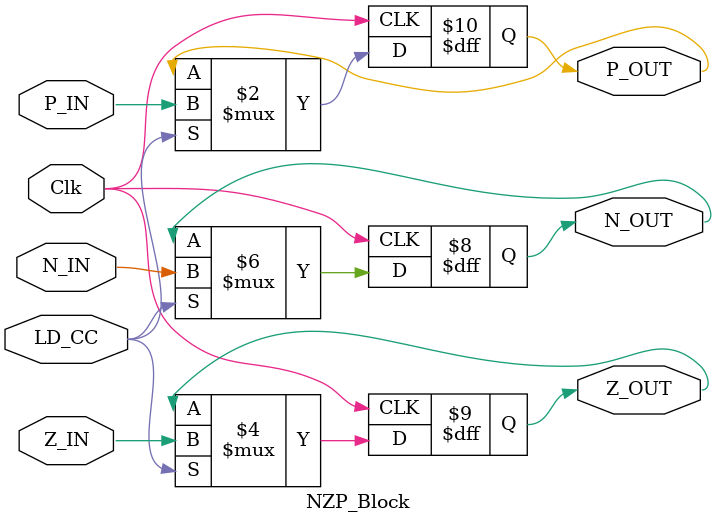
<source format=sv>
module NZP_Block (input  logic Clk, N_IN, Z_IN, P_IN, LD_CC,
						output logic N_OUT, Z_OUT, P_OUT);
						
			always_ff @ (posedge Clk)
			begin
				if(LD_CC)	// load values if load enable is on
				begin
					N_OUT <= N_IN;
					Z_OUT <= Z_IN;
					P_OUT <= P_IN;
				end
			end
			
endmodule
</source>
